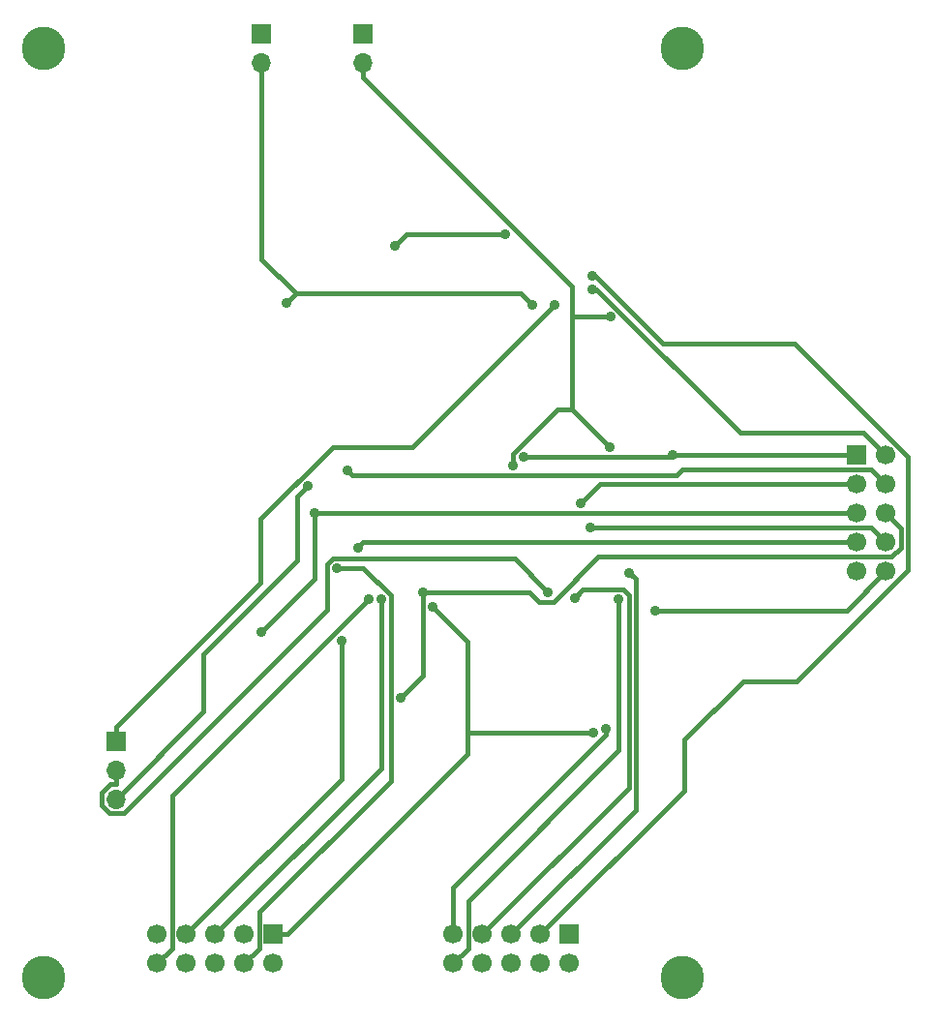
<source format=gbl>
%TF.GenerationSoftware,KiCad,Pcbnew,5.1.7-a382d34a8~87~ubuntu18.04.1*%
%TF.CreationDate,2021-05-06T09:45:45-07:00*%
%TF.ProjectId,multiplexer,6d756c74-6970-46c6-9578-65722e6b6963,rev?*%
%TF.SameCoordinates,Original*%
%TF.FileFunction,Copper,L2,Bot*%
%TF.FilePolarity,Positive*%
%FSLAX46Y46*%
G04 Gerber Fmt 4.6, Leading zero omitted, Abs format (unit mm)*
G04 Created by KiCad (PCBNEW 5.1.7-a382d34a8~87~ubuntu18.04.1) date 2021-05-06 09:45:45*
%MOMM*%
%LPD*%
G01*
G04 APERTURE LIST*
%TA.AperFunction,ComponentPad*%
%ADD10C,3.810000*%
%TD*%
%TA.AperFunction,ComponentPad*%
%ADD11R,1.700000X1.700000*%
%TD*%
%TA.AperFunction,ComponentPad*%
%ADD12O,1.700000X1.700000*%
%TD*%
%TA.AperFunction,ComponentPad*%
%ADD13C,1.700000*%
%TD*%
%TA.AperFunction,ViaPad*%
%ADD14C,0.889000*%
%TD*%
%TA.AperFunction,Conductor*%
%ADD15C,0.381000*%
%TD*%
G04 APERTURE END LIST*
D10*
%TO.P,M1,*%
%TO.N,*%
X80010000Y-80010000D03*
%TD*%
%TO.P,M2,*%
%TO.N,*%
X135890000Y-80010000D03*
%TD*%
%TO.P,M3,*%
%TO.N,*%
X135890000Y-161290000D03*
%TD*%
%TO.P,4-40,*%
%TO.N,*%
X80010000Y-161290000D03*
%TD*%
D11*
%TO.P,K1,1*%
%TO.N,/CTR*%
X86309200Y-140589000D03*
D12*
%TO.P,K1,2*%
%TO.N,/REF*%
X86309200Y-143129000D03*
%TO.P,K1,3*%
%TO.N,/WRK*%
X86309200Y-145669000D03*
%TD*%
D13*
%TO.P,P1,10*%
%TO.N,/D31*%
X89916000Y-160020000D03*
%TO.P,P1,9*%
%TO.N,/D30*%
X89916000Y-157480000D03*
%TO.P,P1,8*%
%TO.N,/D29*%
X92456000Y-160020000D03*
%TO.P,P1,7*%
%TO.N,/D28*%
X92456000Y-157480000D03*
%TO.P,P1,6*%
%TO.N,/D27*%
X94996000Y-160020000D03*
%TO.P,P1,5*%
%TO.N,/D26*%
X94996000Y-157480000D03*
%TO.P,P1,4*%
%TO.N,/D25*%
X97536000Y-160020000D03*
%TO.P,P1,3*%
%TO.N,/D24*%
X97536000Y-157480000D03*
%TO.P,P1,2*%
%TO.N,/GND*%
X100076000Y-160020000D03*
D11*
%TO.P,P1,1*%
%TO.N,/3V3*%
X100076000Y-157480000D03*
%TD*%
%TO.P,P2,1*%
%TO.N,Net-(P2-Pad1)*%
X125984000Y-157480000D03*
D13*
%TO.P,P2,2*%
%TO.N,Net-(P2-Pad2)*%
X125984000Y-160020000D03*
%TO.P,P2,3*%
%TO.N,/D3*%
X123444000Y-157480000D03*
%TO.P,P2,4*%
%TO.N,/D4*%
X123444000Y-160020000D03*
%TO.P,P2,5*%
%TO.N,/D19*%
X120904000Y-157480000D03*
%TO.P,P2,6*%
%TO.N,/D18*%
X120904000Y-160020000D03*
%TO.P,P2,7*%
%TO.N,/D12*%
X118364000Y-157480000D03*
%TO.P,P2,8*%
%TO.N,/D11*%
X118364000Y-160020000D03*
%TO.P,P2,9*%
%TO.N,/D13*%
X115824000Y-157480000D03*
%TO.P,P2,10*%
%TO.N,/D10*%
X115824000Y-160020000D03*
%TD*%
D11*
%TO.P,P3,1*%
%TO.N,/+15V*%
X107950000Y-78740000D03*
D12*
%TO.P,P3,2*%
X107950000Y-81280000D03*
%TD*%
%TO.P,P4,2*%
%TO.N,/-15V*%
X99060000Y-81280000D03*
D11*
%TO.P,P4,1*%
X99060000Y-78740000D03*
%TD*%
%TO.P,P5,1*%
%TO.N,/GND*%
X151130000Y-115570000D03*
D13*
%TO.P,P5,2*%
%TO.N,/CTR_SW*%
X153670000Y-115570000D03*
%TO.P,P5,3*%
%TO.N,/REF_SW*%
X151130000Y-118110000D03*
%TO.P,P5,4*%
%TO.N,/WRK_1*%
X153670000Y-118110000D03*
%TO.P,P5,5*%
%TO.N,/WRK_2*%
X151130000Y-120650000D03*
%TO.P,P5,6*%
%TO.N,/WRK_3*%
X153670000Y-120650000D03*
%TO.P,P5,7*%
%TO.N,/WRK_4*%
X151130000Y-123190000D03*
%TO.P,P5,8*%
%TO.N,/WRK_5*%
X153670000Y-123190000D03*
%TO.P,P5,9*%
%TO.N,/WRK_6*%
X151130000Y-125730000D03*
%TO.P,P5,10*%
%TO.N,/WRK_7*%
X153670000Y-125730000D03*
%TD*%
D14*
%TO.N,/CTR*%
X124665100Y-102380400D03*
%TO.N,/CTR_SW*%
X127938200Y-101031900D03*
%TO.N,/D10*%
X130288100Y-128194100D03*
%TO.N,/D12*%
X126419800Y-128057400D03*
%TO.N,/D13*%
X129155500Y-139519500D03*
%TO.N,/D19*%
X131162400Y-125832200D03*
%TO.N,/D25*%
X105648900Y-125465200D03*
%TO.N,/D26*%
X109488700Y-128193400D03*
%TO.N,/D28*%
X106026000Y-131775000D03*
%TO.N,/D3*%
X127955800Y-99873000D03*
%TO.N,/D31*%
X108394000Y-128201700D03*
%TO.N,/GND*%
X121998900Y-115736900D03*
X134965400Y-115570000D03*
%TO.N,/REF*%
X124103500Y-127538700D03*
%TO.N,/REF_SW*%
X127003100Y-119790200D03*
%TO.N,/WRK*%
X103077000Y-118261600D03*
X110744000Y-97231200D03*
X120345200Y-96215200D03*
%TO.N,/WRK_1*%
X106562700Y-116892300D03*
%TO.N,/WRK_2*%
X98980500Y-131041500D03*
X103676300Y-120649500D03*
%TO.N,/WRK_3*%
X111208300Y-136779000D03*
X113160700Y-127603300D03*
%TO.N,/WRK_4*%
X107467300Y-123641700D03*
%TO.N,/WRK_5*%
X127771800Y-121900500D03*
%TO.N,/WRK_7*%
X133515100Y-129135300D03*
%TO.N,/-15V*%
X101191800Y-102292800D03*
X122729600Y-102436800D03*
%TO.N,/+15V*%
X129554200Y-103430800D03*
X121060800Y-116498600D03*
X129485800Y-114882700D03*
%TO.N,/3V3*%
X128062900Y-139818000D03*
X114001300Y-128812200D03*
%TD*%
D15*
%TO.N,/CTR*%
X124665100Y-102380400D02*
X112202600Y-114842900D01*
X112202600Y-114842900D02*
X105272900Y-114842900D01*
X105272900Y-114842900D02*
X98941200Y-121174600D01*
X98941200Y-121174600D02*
X98941200Y-126713000D01*
X98941200Y-126713000D02*
X86309200Y-139345000D01*
X86309200Y-140589000D02*
X86309200Y-139345000D01*
%TO.N,/CTR_SW*%
X153670000Y-115570000D02*
X151724300Y-113624300D01*
X151724300Y-113624300D02*
X140933600Y-113624300D01*
X140933600Y-113624300D02*
X128341200Y-101031900D01*
X128341200Y-101031900D02*
X127938200Y-101031900D01*
%TO.N,/D10*%
X130288100Y-128194100D02*
X130288100Y-141390400D01*
X130288100Y-141390400D02*
X117119900Y-154558600D01*
X117119900Y-154558600D02*
X117119900Y-158724100D01*
X117119900Y-158724100D02*
X115824000Y-160020000D01*
%TO.N,/D12*%
X126419800Y-128057400D02*
X127161300Y-127315900D01*
X127161300Y-127315900D02*
X130671400Y-127315900D01*
X130671400Y-127315900D02*
X131163100Y-127807600D01*
X131163100Y-127807600D02*
X131163100Y-144680900D01*
X131163100Y-144680900D02*
X118364000Y-157480000D01*
%TO.N,/D13*%
X129155500Y-139519500D02*
X129155500Y-140027700D01*
X129155500Y-140027700D02*
X115824000Y-153359200D01*
X115824000Y-153359200D02*
X115824000Y-157480000D01*
%TO.N,/D19*%
X131162400Y-125832200D02*
X131747700Y-126417500D01*
X131747700Y-126417500D02*
X131747700Y-146636300D01*
X131747700Y-146636300D02*
X120904000Y-157480000D01*
%TO.N,/D25*%
X105648900Y-125465200D02*
X107947500Y-125465200D01*
X107947500Y-125465200D02*
X110331000Y-127848700D01*
X110331000Y-127848700D02*
X110331000Y-144038000D01*
X110331000Y-144038000D02*
X98831900Y-155537100D01*
X98831900Y-155537100D02*
X98831900Y-158724100D01*
X98831900Y-158724100D02*
X97536000Y-160020000D01*
%TO.N,/D26*%
X109488700Y-128193400D02*
X109488700Y-142987300D01*
X109488700Y-142987300D02*
X94996000Y-157480000D01*
%TO.N,/D28*%
X106026000Y-131775000D02*
X106026000Y-143910000D01*
X106026000Y-143910000D02*
X92456000Y-157480000D01*
%TO.N,/D3*%
X123444000Y-157480000D02*
X136039200Y-144884800D01*
X136039200Y-144884800D02*
X136039200Y-140458200D01*
X136039200Y-140458200D02*
X141169100Y-135328300D01*
X141169100Y-135328300D02*
X145878400Y-135328300D01*
X145878400Y-135328300D02*
X155580100Y-125626600D01*
X155580100Y-125626600D02*
X155580100Y-115715600D01*
X155580100Y-115715600D02*
X145678600Y-105814100D01*
X145678600Y-105814100D02*
X134163900Y-105814100D01*
X134163900Y-105814100D02*
X128222800Y-99873000D01*
X128222800Y-99873000D02*
X127955800Y-99873000D01*
%TO.N,/D31*%
X89916000Y-160020000D02*
X91211900Y-158724100D01*
X91211900Y-158724100D02*
X91211900Y-145383800D01*
X91211900Y-145383800D02*
X108394000Y-128201700D01*
%TO.N,/GND*%
X134965400Y-115570000D02*
X134798500Y-115736900D01*
X134798500Y-115736900D02*
X121998900Y-115736900D01*
X151130000Y-115570000D02*
X134965400Y-115570000D01*
%TO.N,/REF*%
X86309200Y-144373000D02*
X85793700Y-144373000D01*
X85793700Y-144373000D02*
X85057000Y-145109700D01*
X85057000Y-145109700D02*
X85057000Y-146229900D01*
X85057000Y-146229900D02*
X85740200Y-146913100D01*
X85740200Y-146913100D02*
X87004200Y-146913100D01*
X87004200Y-146913100D02*
X104810400Y-129106900D01*
X104810400Y-129106900D02*
X104810400Y-125117900D01*
X104810400Y-125117900D02*
X105301600Y-124626700D01*
X105301600Y-124626700D02*
X121191500Y-124626700D01*
X121191500Y-124626700D02*
X124103500Y-127538700D01*
X86309200Y-143129000D02*
X86309200Y-144373000D01*
%TO.N,/REF_SW*%
X151130000Y-118110000D02*
X128683300Y-118110000D01*
X128683300Y-118110000D02*
X127003100Y-119790200D01*
%TO.N,/WRK*%
X103077000Y-118261600D02*
X102182600Y-119156000D01*
X102182600Y-119156000D02*
X102182600Y-124781300D01*
X102182600Y-124781300D02*
X93964200Y-132999700D01*
X93964200Y-132999700D02*
X93964200Y-138014000D01*
X93964200Y-138014000D02*
X86309200Y-145669000D01*
X111760000Y-96215200D02*
X120345200Y-96215200D01*
X110744000Y-97231200D02*
X111760000Y-96215200D01*
%TO.N,/WRK_1*%
X106562700Y-116892300D02*
X107007500Y-117337100D01*
X107007500Y-117337100D02*
X135347300Y-117337100D01*
X135347300Y-117337100D02*
X135870300Y-116814100D01*
X135870300Y-116814100D02*
X152374100Y-116814100D01*
X152374100Y-116814100D02*
X153670000Y-118110000D01*
%TO.N,/WRK_2*%
X98980500Y-131041500D02*
X103676300Y-126345700D01*
X103676300Y-126345700D02*
X103676300Y-120649500D01*
X103676300Y-120649500D02*
X151129500Y-120649500D01*
X151129500Y-120649500D02*
X151130000Y-120650000D01*
%TO.N,/WRK_3*%
X113160700Y-127603300D02*
X113160700Y-134826600D01*
X113160700Y-134826600D02*
X111208300Y-136779000D01*
X113160700Y-127603300D02*
X122500400Y-127603300D01*
X122500400Y-127603300D02*
X123281000Y-128383900D01*
X123281000Y-128383900D02*
X124578400Y-128383900D01*
X124578400Y-128383900D02*
X128502300Y-124460000D01*
X128502300Y-124460000D02*
X154173700Y-124460000D01*
X154173700Y-124460000D02*
X154965900Y-123667800D01*
X154965900Y-123667800D02*
X154965900Y-121945900D01*
X154965900Y-121945900D02*
X153670000Y-120650000D01*
%TO.N,/WRK_4*%
X151130000Y-123190000D02*
X107919000Y-123190000D01*
X107919000Y-123190000D02*
X107467300Y-123641700D01*
%TO.N,/WRK_5*%
X153670000Y-123190000D02*
X152380500Y-121900500D01*
X152380500Y-121900500D02*
X127771800Y-121900500D01*
%TO.N,/WRK_7*%
X133515100Y-129135300D02*
X150264700Y-129135300D01*
X150264700Y-129135300D02*
X153670000Y-125730000D01*
%TO.N,/-15V*%
X102037700Y-101446900D02*
X99060000Y-98469200D01*
X99060000Y-98469200D02*
X99060000Y-82524000D01*
X122729600Y-102436800D02*
X121739700Y-101446900D01*
X121739700Y-101446900D02*
X102037700Y-101446900D01*
X102037700Y-101446900D02*
X101191800Y-102292800D01*
X99060000Y-81280000D02*
X99060000Y-82524000D01*
%TO.N,/+15V*%
X126203600Y-103430800D02*
X126203600Y-111600500D01*
X107950000Y-82524000D02*
X126203600Y-100777600D01*
X126203600Y-100777600D02*
X126203600Y-103430800D01*
X126203600Y-103430800D02*
X129554200Y-103430800D01*
X126203600Y-111600500D02*
X129485800Y-114882700D01*
X126203600Y-111600500D02*
X124909400Y-111600500D01*
X124909400Y-111600500D02*
X121060800Y-115449100D01*
X121060800Y-115449100D02*
X121060800Y-116498600D01*
X107950000Y-81280000D02*
X107950000Y-82524000D01*
%TO.N,/3V3*%
X117060400Y-139818000D02*
X128062900Y-139818000D01*
X117060400Y-139818000D02*
X117060400Y-131871300D01*
X117060400Y-131871300D02*
X114001300Y-128812200D01*
X101320000Y-157480000D02*
X117060400Y-141739600D01*
X117060400Y-141739600D02*
X117060400Y-139818000D01*
X100076000Y-157480000D02*
X101320000Y-157480000D01*
%TD*%
M02*

</source>
